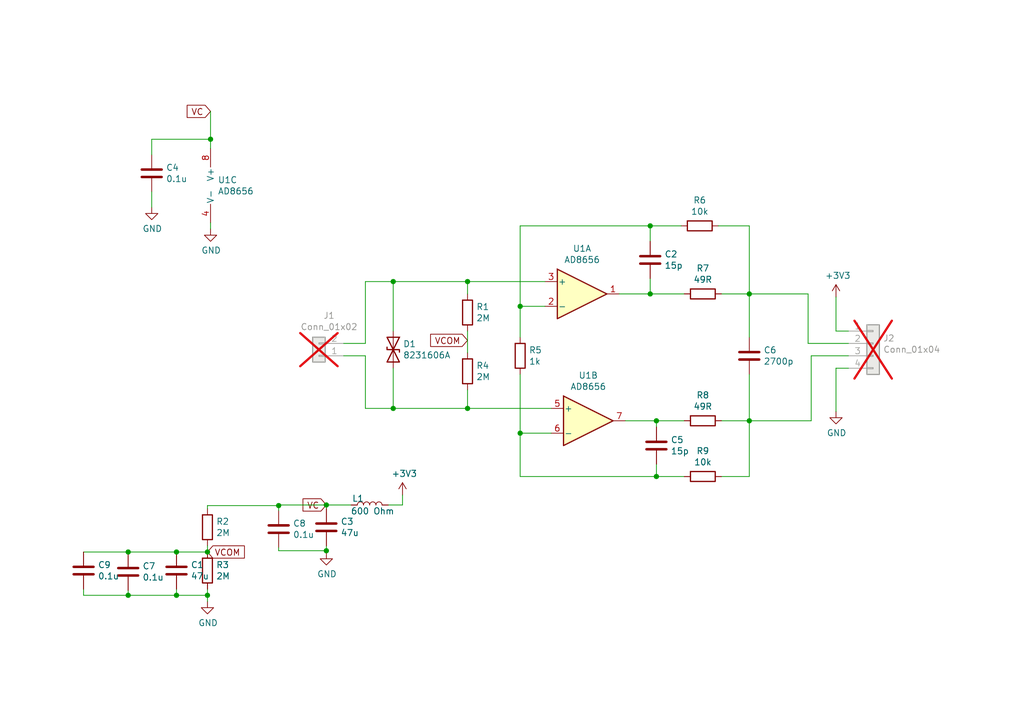
<source format=kicad_sch>
(kicad_sch (version 20231120) (generator "eeschema") (generator_version "8.0")
  (paper "A5")
  (title_block (title "PreAmp") (date "2024-06-08") (rev "V5") (company "WMXZ"))
  (lib_symbols
    (symbol "Connector_Generic:Conn_01x02" (pin_names (offset 1.016) hide)
      (property "Reference" "J" (at 0 2.54 0))
      (property "Value" "Conn_01x02" (at 0 -5.08 0))
      (symbol "Conn_01x02_1_1"
        (rectangle (start -1.27 -2.413) (end 0 -2.667) (stroke (width 0.1524)))
        (rectangle (start -1.27 0.127) (end 0 -0.127) (stroke (width 0.1524)))
        (rectangle (start -1.27 1.27) (end 1.27 -3.81) (stroke (width 0.254)) (fill (type background)))
        (pin passive line (at -5.08 0 0) (length 3.81) (name "Pin_1") (number "1"))
        (pin passive line (at -5.08 -2.54 0) (length 3.81) (name "Pin_2") (number "2"))
      )
    )
    (symbol "Connector_Generic:Conn_01x04" (pin_names (offset 1.016) hide)
      (property "Reference" "J" (at 0 5.08 0))
      (property "Value" "Conn_01x04" (at 0 -7.62 0))
      (symbol "Conn_01x04_1_1"
        (rectangle (start -1.27 -4.953) (end 0 -5.207) (stroke (width 0.1524)))
        (rectangle (start -1.27 -2.413) (end 0 -2.667) (stroke (width 0.1524)))
        (rectangle (start -1.27 0.127) (end 0 -0.127) (stroke (width 0.1524)))
        (rectangle (start -1.27 2.667) (end 0 2.413) (stroke (width 0.1524)))
        (rectangle (start -1.27 3.81) (end 1.27 -6.35) (stroke (width 0.254)) (fill (type background)))
        (pin passive line (at -5.08 2.54 0) (length 3.81) (name "Pin_1") (number "1"))
        (pin passive line (at -5.08 0 0) (length 3.81) (name "Pin_2") (number "2"))
        (pin passive line (at -5.08 -2.54 0) (length 3.81) (name "Pin_3") (number "3"))
        (pin passive line (at -5.08 -5.08 0) (length 3.81) (name "Pin_4") (number "4"))
      )
    )
    (symbol "Device:C" (pin_numbers hide) (pin_names (offset 0.254))
      (property "Reference" "C" (at 0.635 2.54 0))
      (property "Value" "C" (at 0.635 -2.54 0))
      (symbol "C_0_1"
        (polyline (pts (xy -2.032 -0.762) (xy 2.032 -0.762)) (stroke (width 0.508)))
        (polyline (pts (xy -2.032 0.762) (xy 2.032 0.762)) (stroke (width 0.508)))
      )
      (symbol "C_1_1"
        (pin passive line (at 0 3.81 270) (length 2.794) (name "~") (number "1"))
        (pin passive line (at 0 -3.81 90) (length 2.794) (name "~") (number "2"))
      )
    )
    (symbol "Device:D_TVS" (pin_numbers hide) (pin_names (offset 1.016) hide)
      (property "Reference" "D" (at 0 2.54 0))
      (property "Value" "D_TVS" (at 0 -2.54 0))
      (symbol "D_TVS_0_1"
        (polyline (pts (xy 1.27 0) (xy -1.27 0)))
        (polyline (pts (xy 0.508 1.27) (xy 0 1.27) (xy 0 -1.27) (xy -0.508 -1.27)) (stroke (width 0.254)))
        (polyline (pts (xy -2.54 1.27) (xy -2.54 -1.27) (xy 2.54 1.27) (xy 2.54 -1.27) (xy -2.54 1.27)) (stroke (width 0.254)))
      )
      (symbol "D_TVS_1_1"
        (pin passive line (at -3.81 0 0) (length 2.54) (name "A1") (number "1"))
        (pin passive line (at 3.81 0 180) (length 2.54) (name "A2") (number "2"))
      )
    )
    (symbol "Device:L" (pin_numbers hide) (pin_names (offset 1.016) hide)
      (property "Reference" "L" (at -1.27 0 90))
      (property "Value" "L" (at 1.905 0 90))
      (symbol "L_0_1"
        (arc (start 0 -2.54) (mid 0.6323 -1.905) (end 0 -1.27))
        (arc (start 0 -1.27) (mid 0.6323 -0.635) (end 0 0))
        (arc (start 0 0) (mid 0.6323 0.635) (end 0 1.27))
        (arc (start 0 1.27) (mid 0.6323 1.905) (end 0 2.54))
      )
      (symbol "L_1_1"
        (pin passive line (at 0 3.81 270) (length 1.27) (name "1") (number "1"))
        (pin passive line (at 0 -3.81 90) (length 1.27) (name "2") (number "2"))
      )
    )
    (symbol "Device:R" (pin_numbers hide) (pin_names (offset 0))
      (property "Reference" "R" (at 2.032 0 90))
      (property "Value" "R" (at 0 0 90))
      (symbol "R_0_1"
        (rectangle (start -1.016 -2.54) (end 1.016 2.54) (stroke (width 0.254)))
      )
      (symbol "R_1_1"
        (pin passive line (at 0 3.81 270) (length 1.27) (name "~") (number "1"))
        (pin passive line (at 0 -3.81 90) (length 1.27) (name "~") (number "2"))
      )
    )
    (symbol "PreampV4-rescue:+3.3V-power" (power) (pin_names (offset 0))
      (property "Value" "+3.3V-power" (at 0 3.556 0))
      (symbol "+3.3V-power_0_1"
        (polyline (pts (xy -0.762 1.27) (xy 0 2.54)))
        (polyline (pts (xy 0 0) (xy 0 2.54)))
        (polyline (pts (xy 0 2.54) (xy 0.762 1.27)))
      )
      (symbol "+3.3V-power_1_1"
        (pin power_in line (at 0 0 90) (length 0) hide (name "+3V3") (number "1"))
      )
    )
    (symbol "myLib:AD8656" (pin_names (offset 0.127))
      (property "Reference" "U" (at 0 5.08 0))
      (property "Value" "AD8656" (at 0 -5.08 0))
      (symbol "AD8656_1_1"
        (polyline (pts (xy -5.08 5.08) (xy 5.08 0) (xy -5.08 -5.08) (xy -5.08 5.08)) (stroke (width 0.254)) (fill (type background)))
        (pin output line (at 7.62 0 180) (length 2.54) (name "~") (number "1"))
        (pin input line (at -7.62 -2.54 0) (length 2.54) (name "-") (number "2"))
        (pin input line (at -7.62 2.54 0) (length 2.54) (name "+") (number "3"))
      )
      (symbol "AD8656_2_1"
        (polyline (pts (xy -5.08 5.08) (xy 5.08 0) (xy -5.08 -5.08) (xy -5.08 5.08)) (stroke (width 0.254)) (fill (type background)))
        (pin input line (at -7.62 2.54 0) (length 2.54) (name "+") (number "5"))
        (pin input line (at -7.62 -2.54 0) (length 2.54) (name "-") (number "6"))
        (pin output line (at 7.62 0 180) (length 2.54) (name "~") (number "7"))
      )
      (symbol "AD8656_3_1"
        (pin power_in line (at -2.54 -7.62 90) (length 3.81) (name "V-") (number "4"))
        (pin power_in line (at -2.54 7.62 270) (length 3.81) (name "V+") (number "8"))
      )
    )
    (symbol "power:GND" (power) (pin_names (offset 0))
      (property "Value" "GND" (at 0 -3.81 0))
      (symbol "GND_0_1"
        (polyline (pts (xy 0 0) (xy 0 -1.27) (xy 1.27 -1.27) (xy 0 -2.54) (xy -1.27 -1.27) (xy 0 -1.27)))
      )
      (symbol "GND_1_1"
        (pin power_in line (at 0 0 270) (length 0) hide (name "GND") (number "1"))
      )
    )
  )
  (junction (at 106.68 88.9))
  (junction (at 36.195 113.284))
  (junction (at 57.15 103.759))
  (junction (at 95.885 83.82))
  (junction (at 66.929 113.03))
  (junction (at 134.62 97.79))
  (junction (at 95.885 57.785))
  (junction (at 133.35 46.355))
  (junction (at 26.289 113.284))
  (junction (at 80.645 83.82))
  (junction (at 42.545 122.174))
  (junction (at 66.929 103.632))
  (junction (at 153.67 86.36))
  (junction (at 26.289 122.174))
  (junction (at 80.645 57.785))
  (junction (at 106.68 62.865))
  (junction (at 42.545 113.284))
  (junction (at 133.35 60.325))
  (junction (at 134.62 86.36))
  (junction (at 153.67 60.325))
  (junction (at 43.18 28.575))
  (junction (at 36.195 122.174))
  (wire (pts (xy 106.68 62.865) (xy 106.68 46.355)))
  (wire (pts (xy 147.955 60.325) (xy 153.67 60.325)))
  (wire (pts (xy 80.645 67.945) (xy 80.645 57.785)))
  (wire (pts (xy 42.545 122.174) (xy 42.545 123.444)))
  (wire (pts (xy 147.955 86.36) (xy 153.67 86.36)))
  (wire (pts (xy 133.35 60.325) (xy 140.335 60.325)))
  (wire (pts (xy 42.545 112.014) (xy 42.545 113.284)))
  (wire (pts (xy 42.545 103.759) (xy 57.15 103.759)))
  (wire (pts (xy 82.55 103.632) (xy 82.55 101.6)))
  (wire (pts (xy 79.629 103.632) (xy 82.55 103.632)))
  (wire (pts (xy 95.885 80.01) (xy 95.885 83.82)))
  (wire (pts (xy 36.195 122.174) (xy 42.545 122.174)))
  (wire (pts (xy 17.145 120.904) (xy 17.145 122.174)))
  (wire (pts (xy 153.67 60.325) (xy 153.67 69.215)))
  (wire (pts (xy 26.289 113.538) (xy 26.289 113.284)))
  (wire (pts (xy 113.03 83.82) (xy 95.885 83.82)))
  (wire (pts (xy 173.99 70.485) (xy 165.735 70.485)))
  (wire (pts (xy 17.145 122.174) (xy 26.289 122.174)))
  (wire (pts (xy 153.67 97.79) (xy 153.67 86.36)))
  (wire (pts (xy 17.145 113.284) (xy 26.289 113.284)))
  (wire (pts (xy 74.93 57.785) (xy 80.645 57.785)))
  (wire (pts (xy 57.15 103.759) (xy 57.15 104.775)))
  (wire (pts (xy 80.645 57.785) (xy 95.885 57.785)))
  (wire (pts (xy 147.32 46.355) (xy 153.67 46.355)))
  (wire (pts (xy 26.289 122.174) (xy 36.195 122.174)))
  (wire (pts (xy 57.15 112.395) (xy 57.15 113.03)))
  (wire (pts (xy 111.76 57.785) (xy 95.885 57.785)))
  (wire (pts (xy 133.35 46.355) (xy 139.7 46.355)))
  (wire (pts (xy 31.115 28.575) (xy 31.115 31.75)))
  (wire (pts (xy 134.62 97.79) (xy 140.335 97.79)))
  (wire (pts (xy 134.62 86.36) (xy 140.335 86.36)))
  (wire (pts (xy 147.955 97.79) (xy 153.67 97.79)))
  (wire (pts (xy 66.929 113.411) (xy 66.929 113.03)))
  (wire (pts (xy 173.99 67.945) (xy 171.45 67.945)))
  (wire (pts (xy 57.15 113.03) (xy 66.929 113.03)))
  (wire (pts (xy 134.62 95.25) (xy 134.62 97.79)))
  (wire (pts (xy 95.885 60.325) (xy 95.885 57.785)))
  (wire (pts (xy 70.485 73.025) (xy 74.93 73.025)))
  (wire (pts (xy 80.645 83.82) (xy 95.885 83.82)))
  (wire (pts (xy 43.18 22.86) (xy 43.18 28.575)))
  (wire (pts (xy 166.37 73.025) (xy 166.37 86.36)))
  (wire (pts (xy 66.929 104.394) (xy 66.929 103.632)))
  (wire (pts (xy 36.195 120.904) (xy 36.195 122.174)))
  (wire (pts (xy 106.68 69.215) (xy 106.68 62.865)))
  (wire (pts (xy 57.15 103.759) (xy 57.15 103.632)))
  (wire (pts (xy 106.68 88.9) (xy 106.68 97.79)))
  (wire (pts (xy 36.195 113.284) (xy 42.545 113.284)))
  (wire (pts (xy 171.45 84.455) (xy 171.45 75.565)))
  (wire (pts (xy 171.45 60.96) (xy 171.45 67.945)))
  (wire (pts (xy 80.645 75.565) (xy 80.645 83.82)))
  (wire (pts (xy 74.93 70.485) (xy 74.93 57.785)))
  (wire (pts (xy 106.68 97.79) (xy 134.62 97.79)))
  (wire (pts (xy 153.67 86.36) (xy 166.37 86.36)))
  (wire (pts (xy 31.115 42.545) (xy 31.115 39.37)))
  (wire (pts (xy 26.289 121.158) (xy 26.289 122.174)))
  (wire (pts (xy 173.99 73.025) (xy 166.37 73.025)))
  (wire (pts (xy 57.15 103.632) (xy 66.929 103.632)))
  (wire (pts (xy 26.289 113.284) (xy 36.195 113.284)))
  (wire (pts (xy 153.67 76.835) (xy 153.67 86.36)))
  (wire (pts (xy 153.67 60.325) (xy 165.735 60.325)))
  (wire (pts (xy 133.35 57.15) (xy 133.35 60.325)))
  (wire (pts (xy 42.545 120.904) (xy 42.545 122.174)))
  (wire (pts (xy 153.67 46.355) (xy 153.67 60.325)))
  (wire (pts (xy 128.27 86.36) (xy 134.62 86.36)))
  (wire (pts (xy 70.485 70.485) (xy 74.93 70.485)))
  (wire (pts (xy 95.885 67.945) (xy 95.885 72.39)))
  (wire (pts (xy 66.929 113.03) (xy 66.929 112.014)))
  (wire (pts (xy 106.68 46.355) (xy 133.35 46.355)))
  (wire (pts (xy 127 60.325) (xy 133.35 60.325)))
  (wire (pts (xy 42.545 103.759) (xy 42.545 104.394)))
  (wire (pts (xy 165.735 70.485) (xy 165.735 60.325)))
  (wire (pts (xy 106.68 76.835) (xy 106.68 88.9)))
  (wire (pts (xy 106.68 62.865) (xy 111.76 62.865)))
  (wire (pts (xy 43.18 28.575) (xy 43.18 30.48)))
  (wire (pts (xy 31.115 28.575) (xy 43.18 28.575)))
  (wire (pts (xy 74.93 73.025) (xy 74.93 83.82)))
  (wire (pts (xy 113.03 88.9) (xy 106.68 88.9)))
  (wire (pts (xy 173.99 75.565) (xy 171.45 75.565)))
  (wire (pts (xy 72.009 103.632) (xy 66.929 103.632)))
  (wire (pts (xy 133.35 49.53) (xy 133.35 46.355)))
  (wire (pts (xy 134.62 87.63) (xy 134.62 86.36)))
  (wire (pts (xy 74.93 83.82) (xy 80.645 83.82)))
  (wire (pts (xy 43.18 46.99) (xy 43.18 45.72)))
  (global_label "VCOM" (shape input) (at 42.545 113.284 0) (property "Intersheetrefs" "${INTERSHEET_REFS}" (effects (hide yes))))
  (global_label "VC" (shape input) (at 43.18 22.86 180) (property "Intersheetrefs" "${INTERSHEET_REFS}" (effects (hide yes))))
  (global_label "VC" (shape input) (at 66.929 103.632 180) (property "Intersheetrefs" "${INTERSHEET_REFS}" (effects (hide yes))))
  (global_label "VCOM" (shape input) (at 95.885 69.85 180) (property "Intersheetrefs" "${INTERSHEET_REFS}" (effects (hide yes))))
  (symbol (lib_id "Device:R") (at 42.545 108.204 0) (unit 1)
    (property "Reference" "R2" (at 44.323 107.0356 0) (effects (justify left)))
    (property "Value" "2M" (at 44.323 109.347 0) (effects (justify left)))
    (property "Footprint" "Resistor_SMD:R_0402_1005Metric" (effects (hide yes)))
  )
  (symbol (lib_id "Device:R") (at 42.545 117.094 0) (unit 1)
    (property "Reference" "R3" (at 44.323 115.9256 0) (effects (justify left)))
    (property "Value" "2M" (at 44.323 118.237 0) (effects (justify left)))
    (property "Footprint" "Resistor_SMD:R_0402_1005Metric" (effects (hide yes)))
  )
  (symbol (lib_id "Device:C") (at 36.195 117.094 0) (unit 1)
    (property "Reference" "C1" (at 39.116 115.9256 0) (effects (justify left)))
    (property "Value" "47u" (at 39.116 118.237 0) (effects (justify left)))
    (property "Footprint" "Capacitor_SMD:C_0805_2012Metric" (effects (hide yes)))
  )
  (symbol (lib_id "Device:L") (at 75.819 103.632 90) (unit 1)
    (property "Reference" "L1" (at 74.6506 102.3112 90) (effects (justify left)))
    (property "Value" "600 Ohm" (at 80.899 104.902 90) (effects (justify left)))
    (property "Footprint" "Inductor_SMD:L_0603_1608Metric" (effects (hide yes)))
  )
  (symbol (lib_id "Device:C") (at 66.929 108.204 0) (unit 1)
    (property "Reference" "C3" (at 69.85 107.0356 0) (effects (justify left)))
    (property "Value" "47u" (at 69.85 109.347 0) (effects (justify left)))
    (property "Footprint" "Capacitor_SMD:C_0805_2012Metric" (effects (hide yes)))
  )
  (symbol (lib_id "PreampV4-rescue:+3.3V-power") (at 82.55 101.6 0) (unit 1)
    (property "Reference" "#PWR0102" (effects (hide yes)))
    (property "Value" "+3V3" (at 82.931 97.2058 0))
  )
  (symbol (lib_id "power:GND") (at 42.545 123.444 0) (unit 1)
    (property "Reference" "#PWR0105" (effects (hide yes)))
    (property "Value" "GND" (at 42.672 127.8382 0))
  )
  (symbol (lib_id "power:GND") (at 66.929 113.411 0) (unit 1)
    (property "Reference" "#PWR0106" (effects (hide yes)))
    (property "Value" "GND" (at 67.056 117.8052 0))
  )
  (symbol (lib_id "Connector_Generic:Conn_01x02") (at 65.405 73.025 180) (unit 1) (dnp yes)
    (property "Reference" "J1" (at 67.4878 64.77 0))
    (property "Value" "Conn_01x02" (at 67.4878 67.0814 0))
    (property "Footprint" "Connector_PinHeader_1.27mm:PinHeader_1x02_P1.27mm_Vertical" (effects (hide yes)))
  )
  (symbol (lib_id "Connector_Generic:Conn_01x04") (at 179.07 70.485 0) (unit 1) (dnp yes)
    (property "Reference" "J2" (at 181.102 69.4182 0) (effects (justify left)))
    (property "Value" "Conn_01x04" (at 181.102 71.7296 0) (effects (justify left)))
    (property "Footprint" "Connector_PinHeader_1.27mm:PinHeader_1x04_P1.27mm_Vertical" (effects (hide yes)))
  )
  (symbol (lib_id "Device:C") (at 31.115 35.56 0) (unit 1)
    (property "Reference" "C4" (at 34.036 34.3916 0) (effects (justify left)))
    (property "Value" "0.1u" (at 34.036 36.703 0) (effects (justify left)))
    (property "Footprint" "Capacitor_SMD:C_0402_1005Metric" (effects (hide yes)))
  )
  (symbol (lib_id "power:GND") (at 43.18 46.99 0) (unit 1)
    (property "Reference" "#PWR0101" (effects (hide yes)))
    (property "Value" "GND" (at 43.307 51.3842 0))
  )
  (symbol (lib_id "myLib:AD8656") (at 119.38 60.325 0) (unit 1)
    (property "Reference" "U1" (at 119.38 51.0032 0))
    (property "Value" "AD8656" (at 119.38 53.3146 0))
    (property "Footprint" "Package_SO:MSOP-8_3x3mm_P0.65mm" (effects (hide yes)))
    (property "Datasheet" "https://www.analog.com/media/en/technical-documentation/data-sheets/AD8655_8656.pdf" (effects (hide yes)))
  )
  (symbol (lib_id "myLib:AD8656") (at 120.65 86.36 0) (unit 2)
    (property "Reference" "U1" (at 120.65 77.0382 0))
    (property "Value" "AD8656" (at 120.65 79.3496 0))
    (property "Footprint" "Package_SO:MSOP-8_3x3mm_P0.65mm" (effects (hide yes)))
    (property "Datasheet" "https://www.analog.com/media/en/technical-documentation/data-sheets/AD8655_8656.pdf" (effects (hide yes)))
  )
  (symbol (lib_id "myLib:AD8656") (at 45.72 38.1 0) (unit 3)
    (property "Reference" "U1" (at 44.6532 36.9316 0) (effects (justify left)))
    (property "Value" "AD8656" (at 44.6532 39.243 0) (effects (justify left)))
    (property "Footprint" "Package_SO:MSOP-8_3x3mm_P0.65mm" (effects (hide yes)))
    (property "Datasheet" "https://www.analog.com/media/en/technical-documentation/data-sheets/AD8655_8656.pdf" (effects (hide yes)))
  )
  (symbol (lib_id "Device:C") (at 133.35 53.34 0) (unit 1)
    (property "Reference" "C2" (at 136.271 52.1716 0) (effects (justify left)))
    (property "Value" "15p" (at 136.271 54.483 0) (effects (justify left)))
    (property "Footprint" "Capacitor_SMD:C_0402_1005Metric" (effects (hide yes)))
  )
  (symbol (lib_id "Device:C") (at 134.62 91.44 0) (unit 1)
    (property "Reference" "C5" (at 137.541 90.2716 0) (effects (justify left)))
    (property "Value" "15p" (at 137.541 92.583 0) (effects (justify left)))
    (property "Footprint" "Capacitor_SMD:C_0402_1005Metric" (effects (hide yes)))
  )
  (symbol (lib_id "Device:R") (at 143.51 46.355 90) (unit 1)
    (property "Reference" "R6" (at 143.51 41.0972 90))
    (property "Value" "10k" (at 143.51 43.4086 90))
    (property "Footprint" "Resistor_SMD:R_0402_1005Metric" (effects (hide yes)))
  )
  (symbol (lib_id "Device:R") (at 144.145 60.325 90) (unit 1)
    (property "Reference" "R7" (at 144.145 55.0672 90))
    (property "Value" "49R" (at 144.145 57.3786 90))
    (property "Footprint" "Resistor_SMD:R_0402_1005Metric" (effects (hide yes)))
  )
  (symbol (lib_id "Device:R") (at 106.68 73.025 0) (unit 1)
    (property "Reference" "R5" (at 108.458 71.8566 0) (effects (justify left)))
    (property "Value" "1k" (at 108.458 74.168 0) (effects (justify left)))
    (property "Footprint" "Resistor_SMD:R_0402_1005Metric" (effects (hide yes)))
  )
  (symbol (lib_id "Device:R") (at 95.885 64.135 0) (unit 1)
    (property "Reference" "R1" (at 97.663 62.9666 0) (effects (justify left)))
    (property "Value" "2M" (at 97.663 65.278 0) (effects (justify left)))
    (property "Footprint" "Resistor_SMD:R_0402_1005Metric" (effects (hide yes)))
  )
  (symbol (lib_id "Device:R") (at 95.885 76.2 0) (unit 1)
    (property "Reference" "R4" (at 97.663 75.0316 0) (effects (justify left)))
    (property "Value" "2M" (at 97.663 77.343 0) (effects (justify left)))
    (property "Footprint" "Resistor_SMD:R_0402_1005Metric" (effects (hide yes)))
  )
  (symbol (lib_id "Device:R") (at 144.145 86.36 90) (unit 1)
    (property "Reference" "R8" (at 144.145 81.1022 90))
    (property "Value" "49R" (at 144.145 83.4136 90))
    (property "Footprint" "Resistor_SMD:R_0402_1005Metric" (effects (hide yes)))
  )
  (symbol (lib_id "Device:R") (at 144.145 97.79 90) (unit 1)
    (property "Reference" "R9" (at 144.145 92.5322 90))
    (property "Value" "10k" (at 144.145 94.8436 90))
    (property "Footprint" "Resistor_SMD:R_0402_1005Metric" (effects (hide yes)))
  )
  (symbol (lib_id "Device:D_TVS") (at 80.645 71.755 270) (unit 1)
    (property "Reference" "D1" (at 82.6516 70.5866 90) (effects (justify left)))
    (property "Value" "8231606A" (at 82.6516 72.898 90) (effects (justify left)))
    (property "Footprint" "Diode_SMD:D_0603_1608Metric" (effects (hide yes)))
    (property "Datasheet" "https://www.mouser.it/datasheet/2/445/8231626A-1670236.pdf" (effects (hide yes)))
  )
  (symbol (lib_id "power:GND") (at 31.115 42.545 0) (unit 1)
    (property "Reference" "#PWR0103" (effects (hide yes)))
    (property "Value" "GND" (at 31.242 46.9392 0))
  )
  (symbol (lib_id "power:GND") (at 171.45 84.455 0) (unit 1)
    (property "Reference" "#PWR0104" (effects (hide yes)))
    (property "Value" "GND" (at 171.577 88.8492 0))
  )
  (symbol (lib_id "PreampV4-rescue:+3.3V-power") (at 171.45 60.96 0) (unit 1)
    (property "Reference" "#PWR0107" (effects (hide yes)))
    (property "Value" "+3V3" (at 171.831 56.5658 0))
  )
  (symbol (lib_id "Device:C") (at 153.67 73.025 0) (unit 1)
    (property "Reference" "C6" (at 156.591 71.8566 0) (effects (justify left)))
    (property "Value" "2700p" (at 156.591 74.168 0) (effects (justify left)))
    (property "Footprint" "Capacitor_SMD:C_0402_1005Metric" (effects (hide yes)))
  )
  (symbol (lib_id "Device:C") (at 57.15 108.585 0) (unit 1)
    (property "Reference" "C8" (at 60.071 107.4166 0) (effects (justify left)))
    (property "Value" "0.1u" (at 60.071 109.728 0) (effects (justify left)))
    (property "Footprint" "Capacitor_SMD:C_0402_1005Metric" (effects (hide yes)))
  )
  (symbol (lib_id "Device:C") (at 26.289 117.348 0) (unit 1)
    (property "Reference" "C7" (at 29.21 116.1796 0) (effects (justify left)))
    (property "Value" "0.1u" (at 29.21 118.491 0) (effects (justify left)))
    (property "Footprint" "Capacitor_SMD:C_0402_1005Metric" (effects (hide yes)))
  )
  (symbol (lib_id "Device:C") (at 17.145 117.094 0) (unit 1)
    (property "Reference" "C9" (at 20.066 115.9256 0) (effects (justify left)))
    (property "Value" "0.1u" (at 20.066 118.237 0) (effects (justify left)))
    (property "Footprint" "Capacitor_SMD:C_0402_1005Metric" (effects (hide yes)))
  )
)
</source>
